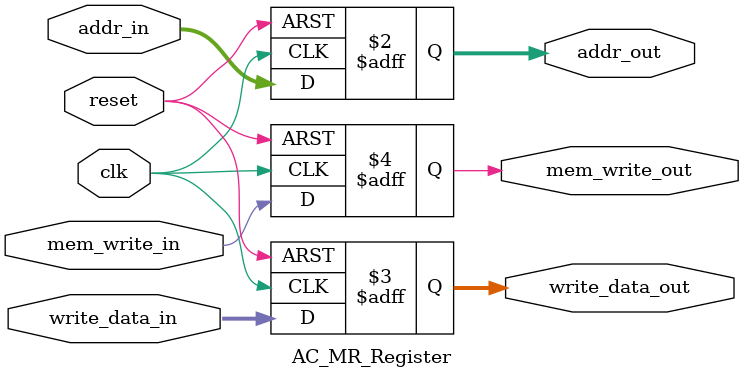
<source format=v>
module IF_PR_Register (
    input wire clk, reset, flush, stall,
    input wire [31:0] PC_Plus4, Instruction, 
    output reg [31:0] PC_Plus4_out, Instruction_out
);

    always @(posedge clk or posedge reset) begin
        if (reset || flush) begin
            PC_Plus4_out <= 32'b0;
            Instruction_out <= 32'b0;
        end else if (!stall) begin  // در صورت فعال بودن stall، مقدار قبلی حفظ می‌شود
            PC_Plus4_out <= PC_Plus4;
            Instruction_out <= Instruction;
        end
    end

endmodule

module PR_ID_Register (
    input wire [31:0] PC_Plus4_in, Read_Data_1, Read_Data_2, Sign_extended,
    input wire clk, reset, flush, stall,
    input wire [4:0] opcode_in,
    output reg [31:0] PC_Plus4_out, Read_Data_1_out, Read_Data_2_out, Sign_Extended_out,
    output reg [4:0] opcode_out
);

    always @(posedge clk or posedge reset) begin
        if(reset || flush) begin 
            PC_Plus4_out <= 32'd0;
            Read_Data_1_out <= 32'd0;
            Read_Data_2_out <= 32'd0;
            Sign_Extended_out <= 32'd0;
            opcode_out <= 5'd0;
        end else if (!stall) begin
            PC_Plus4_out <= PC_Plus4_in;
            Read_Data_1_out <= Read_Data_1;
            Read_Data_2_out <= Read_Data_2;
            Sign_Extended_out <= Sign_extended;
            opcode_out <= opcode_in;
        end
    end

endmodule

/*
module ID_EX_Register (
    input wire [31:0] PC_Plus4_in, Read_Data_1_in, Read_Data_2_in,
    input wire clk, reset, flush, stall,
    input wire RegDst_in, ALUSrc_in, MemToReg_in, RegWrite_in, MemRead_in, MemWrite_in, Branch_in,
    output reg [31:0] PC_Plus4_out, Read_Data_1_out, Read_Data_2_out,
    output reg RegDst_out, ALUSrc_out, MemToReg_out, RegWrite_out, MemRead_out, MemWrite_out, Branch_out
);

    always @(posedge clk or posedge reset) begin
        if(reset || flush) begin 
            PC_Plus4_out <= 32'd0;
            Read_Data_1_out <= 32'd0;
            Read_Data_2_out <= 32'd0;

            RegDst_out <= 0;
            ALUSrc_out <= 0;
            MemtoReg_out <= 0;
            RegWrite_out <= 0;
            MemRead_out <= 0;
            MemWrite_out <= 0;
            Branch_out <= 0;

        end else if (!stall) begin
            
            PC_Plus4_out <= PC_Plus4_in;
            Read_Data_1_out <= Read_Data_1_in;
            Read_Data_2_out <= Read_Data_1_in;

            RegDst_out <= RegDst_in;
            ALUSrc_out <= ALUSrc_in;
            MemtoReg_out <= MemToReg_in;
            RegWrite_out <= RegWrite_in;
            MemRead_out <= MemRead_out;
            MemWrite_out <= MemWrite_in;
            Branch_out <= Branch_in;
        end
    end

endmodule
*/

module MR_MW_Register(
    input clk, reset,
    input wire RegWrite, MemToReg, MemWrite,
    input wire [4:0] Rd,
    input wire [31:0] Write_Data, Write_Address, Read_Data,

    output reg RegWrite_out, MemToReg_out, MemWrite_out,
    output reg [4:0] Rd_out,
    output reg [31:0] Write_Data_out, Write_Address_out, Read_Data_out
);

    always @(posedge clk or posedge reset) begin 
        if(reset) begin
            RegWrite_out <= 0;
            MemToReg_out <= 0;
            MemWrite_out <= 0;
            Rd_out <= 5'd0;
            Write_Data_out <= 32'd0;
            Write_Address_out <= 32'd0;
            Read_Data_out <= 32'd0;
        end else begin
            RegWrite_out <= RegWrite;
            MemToReg_out <= MemToReg;
            MemWrite_out <= MemWrite;
            Rd_out <= Rd;
            Write_Data_out <= Write_Data;
            Write_Address_out <= Write_Address;
            Read_Data_out <= Read_Data;
        end
    end
endmodule

module AC_MR_Register(
    input clk, reset,
    // From Address Calculation (AC)
    input [31:0] addr_in,
    input [31:0] write_data_in,
    input mem_write_in,
    // To Memory Request (MR)
    output reg [31:0] addr_out,
    output reg [31:0] write_data_out,
    output reg mem_write_out
);
    always @(posedge clk or posedge reset) begin
        if (reset) begin
            addr_out <= 0;
            write_data_out <= 0;
            mem_write_out <= 0;
        end else begin
            addr_out <= addr_in;
            write_data_out <= write_data_in;
            mem_write_out <= mem_write_in;
        end
    end
endmodule
</source>
